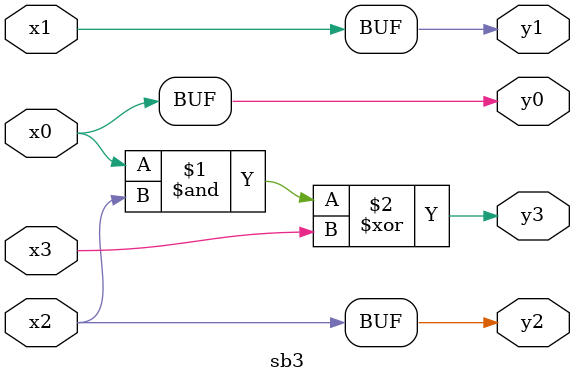
<source format=v>
`timescale 1ns / 1ps

module sb3(x0,x1,x2,x3,y0,y1,y2,y3);
	input x0,x1,x2,x3;
	output y0,y1,y2,y3;
	assign y3 = ( x0 & x2 ) ^ x3;
	assign y2 = x2;
	assign y1 = x1;
	assign y0 = x0;
endmodule

</source>
